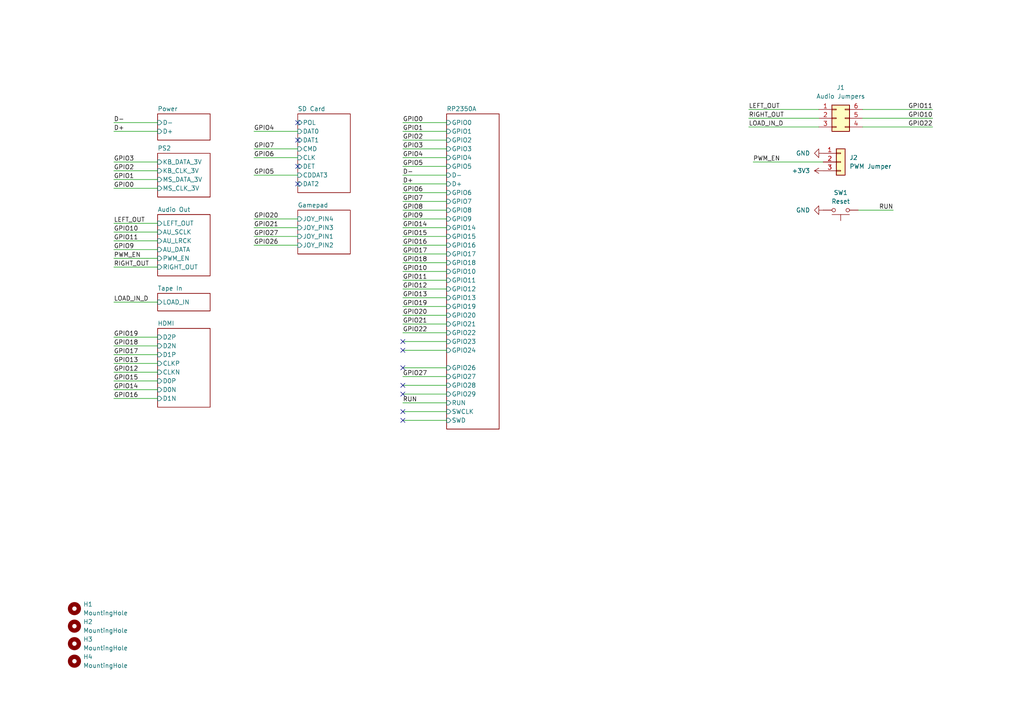
<source format=kicad_sch>
(kicad_sch (version 20231120) (generator "eeschema") (generator_version "8.0")
  (paper "A4")
  (title_block (title "Frank M2") (date "2025-01-31") (rev "1.0") (company "Mikhail Matveev") (comment 1 "https://github.com/xtremespb/frank"))
  (lib_symbols
    (symbol "Connector_Generic:Conn_01x03" (pin_names (offset 1.016) hide)
      (property "Reference" "J" (at 0 5.08 0))
      (property "Value" "Conn_01x03" (at 0 -5.08 0))
      (symbol "Conn_01x03_1_1"
        (rectangle (start -1.27 -2.413) (end 0 -2.667) (stroke (width 0.1524)))
        (rectangle (start -1.27 0.127) (end 0 -0.127) (stroke (width 0.1524)))
        (rectangle (start -1.27 2.667) (end 0 2.413) (stroke (width 0.1524)))
        (rectangle (start -1.27 3.81) (end 1.27 -3.81) (stroke (width 0.254)) (fill (type background)))
        (pin passive line (at -5.08 2.54 0) (length 3.81) (name "Pin_1") (number "1"))
        (pin passive line (at -5.08 0 0) (length 3.81) (name "Pin_2") (number "2"))
        (pin passive line (at -5.08 -2.54 0) (length 3.81) (name "Pin_3") (number "3"))
      )
    )
    (symbol "Connector_Generic:Conn_02x03_Counter_Clockwise" (pin_names (offset 1.016) hide)
      (property "Reference" "J" (at 1.27 5.08 0))
      (property "Value" "Conn_02x03_Counter_Clockwise" (at 1.27 -5.08 0))
      (symbol "Conn_02x03_Counter_Clockwise_1_1"
        (rectangle (start -1.27 -2.413) (end 0 -2.667) (stroke (width 0.1524)))
        (rectangle (start -1.27 0.127) (end 0 -0.127) (stroke (width 0.1524)))
        (rectangle (start -1.27 2.667) (end 0 2.413) (stroke (width 0.1524)))
        (rectangle (start -1.27 3.81) (end 3.81 -3.81) (stroke (width 0.254)) (fill (type background)))
        (rectangle (start 3.81 -2.413) (end 2.54 -2.667) (stroke (width 0.1524)))
        (rectangle (start 3.81 0.127) (end 2.54 -0.127) (stroke (width 0.1524)))
        (rectangle (start 3.81 2.667) (end 2.54 2.413) (stroke (width 0.1524)))
        (pin passive line (at -5.08 2.54 0) (length 3.81) (name "Pin_1") (number "1"))
        (pin passive line (at -5.08 0 0) (length 3.81) (name "Pin_2") (number "2"))
        (pin passive line (at -5.08 -2.54 0) (length 3.81) (name "Pin_3") (number "3"))
        (pin passive line (at 7.62 -2.54 180) (length 3.81) (name "Pin_4") (number "4"))
        (pin passive line (at 7.62 0 180) (length 3.81) (name "Pin_5") (number "5"))
        (pin passive line (at 7.62 2.54 180) (length 3.81) (name "Pin_6") (number "6"))
      )
    )
    (symbol "GND_1" (power) (pin_numbers hide) (pin_names (offset 0) hide)
      (property "Value" "GND" (at 0 -3.81 0))
      (symbol "GND_1_0_1"
        (polyline (pts (xy 0 0) (xy 0 -1.27) (xy 1.27 -1.27) (xy 0 -2.54) (xy -1.27 -1.27) (xy 0 -1.27)))
      )
      (symbol "GND_1_1_1"
        (pin power_in line (at 0 0 270) (length 0) (name "~") (number "1"))
      )
    )
    (symbol "Mechanical:MountingHole" (pin_names (offset 1.016)) (exclude_from_sim yes) (in_bom no)
      (property "Reference" "H" (at 0 5.08 0))
      (property "Value" "MountingHole" (at 0 3.175 0))
      (symbol "MountingHole_0_1"
        (circle (center 0 0) (radius 1.27) (stroke (width 1.27)))
      )
    )
    (symbol "Switch:SW_Push" (pin_numbers hide) (pin_names (offset 1.016) hide)
      (property "Reference" "SW" (at 1.27 2.54 0))
      (property "Value" "SW_Push" (at 0 -1.524 0))
      (symbol "SW_Push_0_1"
        (circle (center -2.032 0) (radius 0.508))
        (polyline (pts (xy 0 1.27) (xy 0 3.048)))
        (polyline (pts (xy 2.54 1.27) (xy -2.54 1.27)))
        (circle (center 2.032 0) (radius 0.508))
        (pin passive line (at -5.08 0 0) (length 2.54) (name "1") (number "1"))
        (pin passive line (at 5.08 0 180) (length 2.54) (name "2") (number "2"))
      )
    )
    (symbol "power:+3V3" (power) (pin_numbers hide) (pin_names (offset 0) hide)
      (property "Value" "+3V3" (at 0 3.556 0))
      (symbol "+3V3_0_1"
        (polyline (pts (xy -0.762 1.27) (xy 0 2.54)))
        (polyline (pts (xy 0 0) (xy 0 2.54)))
        (polyline (pts (xy 0 2.54) (xy 0.762 1.27)))
      )
      (symbol "+3V3_1_1"
        (pin power_in line (at 0 0 90) (length 0) (name "~") (number "1"))
      )
    )
    (symbol "power:GND" (power) (pin_numbers hide) (pin_names (offset 0) hide)
      (property "Value" "GND" (at 0 -3.81 0))
      (symbol "GND_0_1"
        (polyline (pts (xy 0 0) (xy 0 -1.27) (xy 1.27 -1.27) (xy 0 -2.54) (xy -1.27 -1.27) (xy 0 -1.27)))
      )
      (symbol "GND_1_1"
        (pin power_in line (at 0 0 270) (length 0) (name "~") (number "1"))
      )
    )
  )
  (no_connect (at 116.84 99.06))
  (no_connect (at 86.36 53.34))
  (no_connect (at 116.84 119.38))
  (no_connect (at 116.84 101.6))
  (no_connect (at 86.36 40.64))
  (no_connect (at 116.84 106.68))
  (no_connect (at 86.36 48.26))
  (no_connect (at 86.36 35.56))
  (no_connect (at 116.84 114.3))
  (no_connect (at 116.84 121.92))
  (no_connect (at 116.84 111.76))
  (wire (pts (xy 116.84 81.28) (xy 129.54 81.28)))
  (wire (pts (xy 116.84 38.1) (xy 129.54 38.1)))
  (wire (pts (xy 116.84 114.3) (xy 129.54 114.3)))
  (wire (pts (xy 116.84 60.96) (xy 129.54 60.96)))
  (wire (pts (xy 116.84 91.44) (xy 129.54 91.44)))
  (wire (pts (xy 218.44 46.99) (xy 238.76 46.99)))
  (wire (pts (xy 116.84 63.5) (xy 129.54 63.5)))
  (wire (pts (xy 33.02 115.57) (xy 45.72 115.57)))
  (wire (pts (xy 248.92 60.96) (xy 259.08 60.96)))
  (wire (pts (xy 33.02 54.61) (xy 45.72 54.61)))
  (wire (pts (xy 116.84 106.68) (xy 129.54 106.68)))
  (wire (pts (xy 33.02 110.49) (xy 45.72 110.49)))
  (wire (pts (xy 33.02 100.33) (xy 45.72 100.33)))
  (wire (pts (xy 33.02 46.99) (xy 45.72 46.99)))
  (wire (pts (xy 116.84 109.22) (xy 129.54 109.22)))
  (wire (pts (xy 33.02 97.79) (xy 45.72 97.79)))
  (wire (pts (xy 33.02 105.41) (xy 45.72 105.41)))
  (wire (pts (xy 116.84 50.8) (xy 129.54 50.8)))
  (wire (pts (xy 217.17 31.75) (xy 237.49 31.75)))
  (wire (pts (xy 73.66 43.18) (xy 86.36 43.18)))
  (wire (pts (xy 116.84 116.84) (xy 129.54 116.84)))
  (wire (pts (xy 217.17 36.83) (xy 237.49 36.83)))
  (wire (pts (xy 116.84 121.92) (xy 129.54 121.92)))
  (wire (pts (xy 33.02 38.1) (xy 45.72 38.1)))
  (wire (pts (xy 116.84 86.36) (xy 129.54 86.36)))
  (wire (pts (xy 116.84 101.6) (xy 129.54 101.6)))
  (wire (pts (xy 217.17 34.29) (xy 237.49 34.29)))
  (wire (pts (xy 116.84 48.26) (xy 129.54 48.26)))
  (wire (pts (xy 33.02 49.53) (xy 45.72 49.53)))
  (wire (pts (xy 116.84 96.52) (xy 129.54 96.52)))
  (wire (pts (xy 116.84 35.56) (xy 129.54 35.56)))
  (wire (pts (xy 73.66 68.58) (xy 86.36 68.58)))
  (wire (pts (xy 116.84 76.2) (xy 129.54 76.2)))
  (wire (pts (xy 250.19 34.29) (xy 270.51 34.29)))
  (wire (pts (xy 116.84 55.88) (xy 129.54 55.88)))
  (wire (pts (xy 33.02 35.56) (xy 45.72 35.56)))
  (wire (pts (xy 33.02 102.87) (xy 45.72 102.87)))
  (wire (pts (xy 116.84 93.98) (xy 129.54 93.98)))
  (wire (pts (xy 33.02 113.03) (xy 45.72 113.03)))
  (wire (pts (xy 33.02 72.39) (xy 45.72 72.39)))
  (wire (pts (xy 73.66 63.5) (xy 86.36 63.5)))
  (wire (pts (xy 116.84 45.72) (xy 129.54 45.72)))
  (wire (pts (xy 33.02 64.77) (xy 45.72 64.77)))
  (wire (pts (xy 116.84 58.42) (xy 129.54 58.42)))
  (wire (pts (xy 250.19 36.83) (xy 270.51 36.83)))
  (wire (pts (xy 73.66 38.1) (xy 86.36 38.1)))
  (wire (pts (xy 73.66 66.04) (xy 86.36 66.04)))
  (wire (pts (xy 116.84 53.34) (xy 129.54 53.34)))
  (wire (pts (xy 116.84 88.9) (xy 129.54 88.9)))
  (wire (pts (xy 116.84 43.18) (xy 129.54 43.18)))
  (wire (pts (xy 33.02 87.63) (xy 45.72 87.63)))
  (wire (pts (xy 116.84 68.58) (xy 129.54 68.58)))
  (wire (pts (xy 116.84 40.64) (xy 129.54 40.64)))
  (wire (pts (xy 116.84 99.06) (xy 129.54 99.06)))
  (wire (pts (xy 33.02 107.95) (xy 45.72 107.95)))
  (wire (pts (xy 116.84 119.38) (xy 129.54 119.38)))
  (wire (pts (xy 33.02 77.47) (xy 45.72 77.47)))
  (wire (pts (xy 33.02 69.85) (xy 45.72 69.85)))
  (wire (pts (xy 33.02 67.31) (xy 45.72 67.31)))
  (wire (pts (xy 73.66 71.12) (xy 86.36 71.12)))
  (wire (pts (xy 270.51 31.75) (xy 250.19 31.75)))
  (wire (pts (xy 33.02 52.07) (xy 45.72 52.07)))
  (wire (pts (xy 116.84 71.12) (xy 129.54 71.12)))
  (wire (pts (xy 73.66 50.8) (xy 86.36 50.8)))
  (wire (pts (xy 33.02 74.93) (xy 45.72 74.93)))
  (wire (pts (xy 116.84 66.04) (xy 129.54 66.04)))
  (wire (pts (xy 116.84 73.66) (xy 129.54 73.66)))
  (wire (pts (xy 73.66 45.72) (xy 86.36 45.72)))
  (wire (pts (xy 116.84 111.76) (xy 129.54 111.76)))
  (wire (pts (xy 116.84 83.82) (xy 129.54 83.82)))
  (wire (pts (xy 116.84 78.74) (xy 129.54 78.74)))
  (label "GPIO6" (at 73.66 45.72 0))
  (label "GPIO8" (at 116.84 60.96 0))
  (label "GPIO19" (at 116.84 88.9 0))
  (label "GPIO26" (at 73.66 71.12 0))
  (label "GPIO16" (at 116.84 71.12 0))
  (label "D+" (at 33.02 38.1 0))
  (label "GPIO9" (at 116.84 63.5 0))
  (label "GPIO5" (at 116.84 48.26 0))
  (label "GPIO18" (at 33.02 100.33 0))
  (label "GPIO12" (at 116.84 83.82 0))
  (label "RUN" (at 116.84 116.84 0))
  (label "GPIO13" (at 33.02 105.41 0))
  (label "GPIO11" (at 270.51 31.75 180))
  (label "LEFT_OUT" (at 217.17 31.75 0))
  (label "RIGHT_OUT" (at 33.02 77.47 0))
  (label "GPIO18" (at 116.84 76.2 0))
  (label "GPIO11" (at 116.84 81.28 0))
  (label "GPIO16" (at 33.02 115.57 0))
  (label "GPIO21" (at 116.84 93.98 0))
  (label "GPIO5" (at 73.66 50.8 0))
  (label "GPIO15" (at 116.84 68.58 0))
  (label "GPIO4" (at 73.66 38.1 0))
  (label "GPIO27" (at 116.84 109.22 0))
  (label "PWM_EN" (at 33.02 74.93 0))
  (label "LOAD_IN_D" (at 33.02 87.63 0))
  (label "GPIO22" (at 270.51 36.83 180))
  (label "GPIO15" (at 33.02 110.49 0))
  (label "GPIO14" (at 116.84 66.04 0))
  (label "GPIO13" (at 116.84 86.36 0))
  (label "GPIO4" (at 116.84 45.72 0))
  (label "GPIO3" (at 33.02 46.99 0))
  (label "GPIO14" (at 33.02 113.03 0))
  (label "GPIO0" (at 116.84 35.56 0))
  (label "GPIO7" (at 73.66 43.18 0))
  (label "GPIO12" (at 33.02 107.95 0))
  (label "GPIO17" (at 33.02 102.87 0))
  (label "PWM_EN" (at 218.44 46.99 0))
  (label "GPIO3" (at 116.84 43.18 0))
  (label "LEFT_OUT" (at 33.02 64.77 0))
  (label "GPIO27" (at 73.66 68.58 0))
  (label "GPIO10" (at 270.51 34.29 180))
  (label "GPIO20" (at 116.84 91.44 0))
  (label "GPIO1" (at 116.84 38.1 0))
  (label "GPIO7" (at 116.84 58.42 0))
  (label "GPIO10" (at 116.84 78.74 0))
  (label "GPIO1" (at 33.02 52.07 0))
  (label "RUN" (at 259.08 60.96 180))
  (label "RIGHT_OUT" (at 217.17 34.29 0))
  (label "GPIO20" (at 73.66 63.5 0))
  (label "D-" (at 33.02 35.56 0))
  (label "GPIO11" (at 33.02 69.85 0))
  (label "GPIO21" (at 73.66 66.04 0))
  (label "D+" (at 116.84 53.34 0))
  (label "GPIO17" (at 116.84 73.66 0))
  (label "GPIO9" (at 33.02 72.39 0))
  (label "GPIO19" (at 33.02 97.79 0))
  (label "GPIO10" (at 33.02 67.31 0))
  (label "GPIO2" (at 116.84 40.64 0))
  (label "GPIO2" (at 33.02 49.53 0))
  (label "D-" (at 116.84 50.8 0))
  (label "LOAD_IN_D" (at 217.17 36.83 0))
  (label "GPIO6" (at 116.84 55.88 0))
  (label "GPIO22" (at 116.84 96.52 0))
  (label "GPIO0" (at 33.02 54.61 0))
  (symbol (lib_id "power:GND") (at 238.76 44.45 270) (unit 1)
    (property "Reference" "#PWR01" (effects (hide yes)))
    (property "Value" "GND" (at 234.95 44.4499 90) (effects (justify right)))
    (property "Description" "Power symbol creates a global label with name \"GND\" , ground" (effects (hide yes)))
  )
  (symbol (lib_id "Connector_Generic:Conn_01x03") (at 243.84 46.99 0) (unit 1)
    (property "Reference" "J2" (at 246.38 45.7199 0) (effects (justify left)))
    (property "Value" "PWM Jumper" (at 246.38 48.2599 0) (effects (justify left)))
    (property "Footprint" "FRANK:Pin Header (1x03)" (effects (hide yes)))
    (property "Description" "Generic connector, single row, 01x03, script generated (kicad-library-utils/schlib/autogen/connector/)" (effects (hide yes)))
    (property "AliExpress" "https://www.aliexpress.com/item/1005007039504981.html" (effects (hide yes)))
  )
  (symbol (lib_name "GND_1") (lib_id "power:GND") (at 238.76 60.96 270) (unit 1)
    (property "Reference" "#PWR03" (effects (hide yes)))
    (property "Value" "GND" (at 234.95 60.9599 90) (effects (justify right)))
    (property "Description" "Power symbol creates a global label with name \"GND\" , ground" (effects (hide yes)))
  )
  (symbol (lib_id "Connector_Generic:Conn_02x03_Counter_Clockwise") (at 242.57 34.29 0) (unit 1)
    (property "Reference" "J1" (at 243.84 25.4 0))
    (property "Value" "Audio Jumpers" (at 243.84 27.94 0))
    (property "Footprint" "FRANK:Pin Header (2x03)" (effects (hide yes)))
    (property "Description" "Generic connector, double row, 02x03, counter clockwise pin numbering scheme (similar to DIP package numbering), script generated (kicad-library-utils/schlib/autogen/connector/)" (effects (hide yes)))
    (property "AliExpress" "https://www.aliexpress.com/item/1005007039504981.html" (effects (hide yes)))
  )
  (symbol (lib_id "power:+3V3") (at 238.76 49.53 90) (unit 1)
    (property "Reference" "#PWR02" (effects (hide yes)))
    (property "Value" "+3V3" (at 234.95 49.5299 90) (effects (justify left)))
    (property "Description" "Power symbol creates a global label with name \"+3V3\"" (effects (hide yes)))
  )
  (symbol (lib_id "Switch:SW_Push") (at 243.84 60.96 180) (unit 1)
    (property "Reference" "SW1" (at 243.84 55.88 0))
    (property "Value" "Reset" (at 243.84 58.42 0))
    (property "Footprint" "FRANK:Button (SMD, 3x3mm, 1-1)" (effects (hide yes)))
    (property "Datasheet" "https://www.sohantech.com/3x3x1-5-push-button-switch-product/" (effects (hide yes)))
    (property "AliExpress" "https://www.aliexpress.com/item/1005007359248990.html" (effects (hide yes)))
  )
  (symbol (lib_id "Mechanical:MountingHole") (at 21.59 186.69 0) (unit 1) (exclude_from_sim yes) (in_bom no)
    (property "Reference" "H3" (at 24.13 185.4199 0) (effects (justify left)))
    (property "Value" "MountingHole" (at 24.13 187.9599 0) (effects (justify left)))
    (property "Footprint" "FRANK:Mounting Hole (2.7mm)" (effects (hide yes)))
    (property "Description" "Mounting Hole without connection" (effects (hide yes)))
  )
  (symbol (lib_id "Mechanical:MountingHole") (at 21.59 181.61 0) (unit 1) (exclude_from_sim yes) (in_bom no)
    (property "Reference" "H2" (at 24.13 180.3399 0) (effects (justify left)))
    (property "Value" "MountingHole" (at 24.13 182.8799 0) (effects (justify left)))
    (property "Footprint" "FRANK:Mounting Hole (2.7mm)" (effects (hide yes)))
    (property "Description" "Mounting Hole without connection" (effects (hide yes)))
  )
  (symbol (lib_id "Mechanical:MountingHole") (at 21.59 191.77 0) (unit 1) (exclude_from_sim yes) (in_bom no)
    (property "Reference" "H4" (at 24.13 190.4999 0) (effects (justify left)))
    (property "Value" "MountingHole" (at 24.13 193.0399 0) (effects (justify left)))
    (property "Footprint" "FRANK:Mounting Hole (2.7mm)" (effects (hide yes)))
    (property "Description" "Mounting Hole without connection" (effects (hide yes)))
  )
  (symbol (lib_id "Mechanical:MountingHole") (at 21.59 176.53 0) (unit 1) (exclude_from_sim yes) (in_bom no)
    (property "Reference" "H1" (at 24.13 175.2599 0) (effects (justify left)))
    (property "Value" "MountingHole" (at 24.13 177.7999 0) (effects (justify left)))
    (property "Footprint" "FRANK:Mounting Hole (2.7mm)" (effects (hide yes)))
    (property "Description" "Mounting Hole without connection" (effects (hide yes)))
  )
  (sheet (at 45.72 44.45) (size 15.24 12.7) (stroke (width 0.1524))
    (property "Sheetname" "PS2" (at 45.72 43.7384 0) (effects (justify left bottom)))
    (property "Sheetfile" "ps2.kicad_sch" (effects (hide yes)))
    (pin "KB_DATA_3V" input (at 45.72 46.99 180))
    (pin "KB_CLK_3V" input (at 45.72 49.53 180))
    (pin "MS_DATA_3V" input (at 45.72 52.07 180))
    (pin "MS_CLK_3V" input (at 45.72 54.61 180))
  )
  (sheet (at 45.72 95.25) (size 15.24 22.86) (stroke (width 0.1524))
    (property "Sheetname" "HDMI" (at 45.72 94.5384 0) (effects (justify left bottom)))
    (property "Sheetfile" "hdmi.kicad_sch" (effects (hide yes)))
    (pin "D2P" input (at 45.72 97.79 180))
    (pin "D2N" input (at 45.72 100.33 180))
    (pin "D1P" input (at 45.72 102.87 180))
    (pin "CLKP" input (at 45.72 105.41 180))
    (pin "CLKN" input (at 45.72 107.95 180))
    (pin "D0P" input (at 45.72 110.49 180))
    (pin "D0N" input (at 45.72 113.03 180))
    (pin "D1N" input (at 45.72 115.57 180))
  )
  (sheet (at 86.36 33.02) (size 15.24 22.86) (stroke (width 0.1524))
    (property "Sheetname" "SD Card" (at 86.36 32.3084 0) (effects (justify left bottom)))
    (property "Sheetfile" "sd.kicad_sch" (effects (hide yes)))
    (pin "POL" input (at 86.36 35.56 180))
    (pin "DAT0" input (at 86.36 38.1 180))
    (pin "DAT1" input (at 86.36 40.64 180))
    (pin "CMD" input (at 86.36 43.18 180))
    (pin "CLK" input (at 86.36 45.72 180))
    (pin "DET" input (at 86.36 48.26 180))
    (pin "CDDAT3" input (at 86.36 50.8 180))
    (pin "DAT2" input (at 86.36 53.34 180))
  )
  (sheet (at 45.72 85.09) (size 15.24 5.08) (stroke (width 0.1524))
    (property "Sheetname" "Tape In" (at 45.72 84.3784 0) (effects (justify left bottom)))
    (property "Sheetfile" "tape.kicad_sch" (effects (hide yes)))
    (pin "LOAD_IN" input (at 45.72 87.63 180))
  )
  (sheet (at 45.72 62.23) (size 15.24 17.78) (stroke (width 0.1524))
    (property "Sheetname" "Audio Out" (at 45.72 61.5184 0) (effects (justify left bottom)))
    (property "Sheetfile" "audio_out.kicad_sch" (effects (hide yes)))
    (pin "LEFT_OUT" input (at 45.72 64.77 180))
    (pin "AU_SCLK" input (at 45.72 67.31 180))
    (pin "AU_LRCK" input (at 45.72 69.85 180))
    (pin "AU_DATA" input (at 45.72 72.39 180))
    (pin "PWM_EN" input (at 45.72 74.93 180))
    (pin "RIGHT_OUT" input (at 45.72 77.47 180))
  )
  (sheet (at 45.72 33.02) (size 15.24 7.62) (stroke (width 0.1524))
    (property "Sheetname" "Power" (at 45.72 32.3084 0) (effects (justify left bottom)))
    (property "Sheetfile" "power.kicad_sch" (effects (hide yes)))
    (pin "D-" input (at 45.72 35.56 180))
    (pin "D+" input (at 45.72 38.1 180))
  )
  (sheet (at 129.54 33.02) (size 15.24 91.44) (stroke (width 0.1524))
    (property "Sheetname" "RP2350A" (at 129.54 32.3084 0) (effects (justify left bottom)))
    (property "Sheetfile" "rp2350a.kicad_sch" (effects (hide yes)))
    (pin "GPIO0" input (at 129.54 35.56 180))
    (pin "GPIO1" input (at 129.54 38.1 180))
    (pin "GPIO2" input (at 129.54 40.64 180))
    (pin "GPIO3" input (at 129.54 43.18 180))
    (pin "GPIO4" input (at 129.54 45.72 180))
    (pin "GPIO5" input (at 129.54 48.26 180))
    (pin "D-" input (at 129.54 50.8 180))
    (pin "D+" input (at 129.54 53.34 180))
    (pin "GPIO6" input (at 129.54 55.88 180))
    (pin "GPIO7" input (at 129.54 58.42 180))
    (pin "GPIO8" input (at 129.54 60.96 180))
    (pin "GPIO9" input (at 129.54 63.5 180))
    (pin "GPIO14" input (at 129.54 66.04 180))
    (pin "GPIO15" input (at 129.54 68.58 180))
    (pin "GPIO16" input (at 129.54 71.12 180))
    (pin "GPIO17" input (at 129.54 73.66 180))
    (pin "GPIO18" input (at 129.54 76.2 180))
    (pin "GPIO10" input (at 129.54 78.74 180))
    (pin "GPIO11" input (at 129.54 81.28 180))
    (pin "GPIO12" input (at 129.54 83.82 180))
    (pin "GPIO13" input (at 129.54 86.36 180))
    (pin "GPIO19" input (at 129.54 88.9 180))
    (pin "GPIO20" input (at 129.54 91.44 180))
    (pin "GPIO21" input (at 129.54 93.98 180))
    (pin "GPIO22" input (at 129.54 96.52 180))
    (pin "GPIO23" input (at 129.54 99.06 180))
    (pin "GPIO24" input (at 129.54 101.6 180))
    (pin "GPIO26" input (at 129.54 106.68 180))
    (pin "GPIO27" input (at 129.54 109.22 180))
    (pin "GPIO28" input (at 129.54 111.76 180))
    (pin "GPIO29" input (at 129.54 114.3 180))
    (pin "RUN" input (at 129.54 116.84 180))
    (pin "SWCLK" input (at 129.54 119.38 180))
    (pin "SWD" input (at 129.54 121.92 180))
  )
  (sheet (at 86.36 60.96) (size 15.24 12.7) (stroke (width 0.1524))
    (property "Sheetname" "Gamepad" (at 86.36 60.2484 0) (effects (justify left bottom)))
    (property "Sheetfile" "gamepad.kicad_sch" (effects (hide yes)))
    (pin "JOY_PIN4" input (at 86.36 63.5 180))
    (pin "JOY_PIN3" input (at 86.36 66.04 180))
    (pin "JOY_PIN1" input (at 86.36 68.58 180))
    (pin "JOY_PIN2" input (at 86.36 71.12 180))
  )
)
</source>
